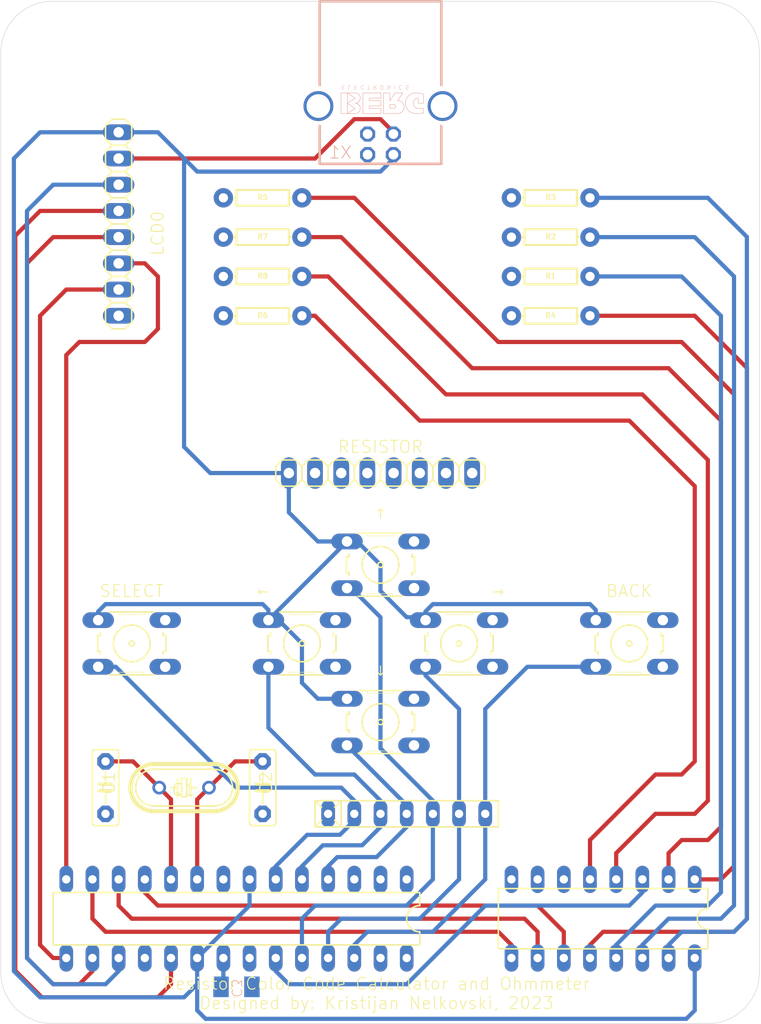
<source format=kicad_pcb>
(kicad_pcb (version 20240108) (generator "pcbnew") (generator_version "8.0")
  (layers (0 "F.Cu" signal) (31 "B.Cu" signal) (34 "B.Paste" user) (35 "F.Paste" user) (36 "B.SilkS" user "B.Silkscreen") (37 "F.SilkS" user "F.Silkscreen") (38 "B.Mask" user) (39 "F.Mask" user) (44 "Edge.Cuts" user))
  (net 0 "")
  (net 1 "VCC")
  (net 2 "GND")
  (net 3 "DIN")
  (net 4 "CLK")
  (net 5 "CS")
  (net 6 "DC")
  (net 7 "RST")
  (net 8 "VEE")
  (net 9 "A")
  (net 10 "B")
  (net 11 "C")
  (net 12 "N$1")
  (net 13 "N$2")
  (net 14 "B1")
  (net 15 "B2")
  (net 16 "B3")
  (net 17 "B6")
  (net 18 "B5")
  (net 19 "B4")
  (net 20 "N$4")
  (net 21 "N$5")
  (net 22 "N$6")
  (net 23 "N$7")
  (net 24 "S1")
  (net 25 "N$3")
  (net 26 "N$8")
  (net 27 "N$9")
  (net 28 "N$10")
  (net 29 "N$11")
  (net 30 "INPUT")
  (footprint "ohmmeter:1X08_325" (layer "F.Cu") (at 123.1391 77.0586 -90)
    (property "Reference" "LCD0" (at -1.3462 -3.0988 90) (layer "F.SilkS") (effects (font (size 1.1557 1.1557) (thickness 0.1143)) (justify right top)))
    (property "Value" "")
    (pad "1" thru_hole oval (at -8.89 0) (size 3.048 1.524) (drill 1.016) (layers "*.Cu" "*.Mask") (net 1 "VCC"))
    (pad "2" thru_hole oval (at -6.35 0) (size 3.048 1.524) (drill 1.016) (layers "*.Cu" "*.Mask") (net 2 "GND"))
    (pad "3" thru_hole oval (at -3.81 0) (size 3.048 1.524) (drill 1.016) (layers "*.Cu" "*.Mask") (net 3 "DIN"))
    (pad "4" thru_hole oval (at -1.27 0) (size 3.048 1.524) (drill 1.016) (layers "*.Cu" "*.Mask") (net 4 "CLK"))
    (pad "5" thru_hole oval (at 1.27 0) (size 3.048 1.524) (drill 1.016) (layers "*.Cu" "*.Mask") (net 5 "CS"))
    (pad "6" thru_hole oval (at 3.81 0) (size 3.048 1.524) (drill 1.016) (layers "*.Cu" "*.Mask") (net 6 "DC"))
    (pad "7" thru_hole oval (at 6.35 0) (size 3.048 1.524) (drill 1.016) (layers "*.Cu" "*.Mask") (net 7 "RST"))
    (pad "8" thru_hole oval (at 8.89 0) (size 3.048 1.524) (drill 1.016) (layers "*.Cu" "*.Mask"))
  )
  (footprint "ohmmeter:B3F-10XX_377" (layer "F.Cu") (at 124.4091 117.6986)
    (property "Reference" "BUTTON1" (hide yes))
    (property "Value" "")
    (pad "1" thru_hole oval (at -3.2512 -2.2606) (size 3.048 1.524) (drill 1.016) (layers "*.Cu" "*.Mask") (net 1 "VCC"))
    (pad "2" thru_hole oval (at 3.2512 -2.2606) (size 3.048 1.524) (drill 1.016) (layers "*.Cu" "*.Mask"))
    (pad "3" thru_hole oval (at -3.2512 2.2606) (size 3.048 1.524) (drill 1.016) (layers "*.Cu" "*.Mask") (net 14 "B1"))
    (pad "4" thru_hole oval (at 3.2512 2.2606) (size 3.048 1.524) (drill 1.016) (layers "*.Cu" "*.Mask"))
  )
  (footprint "ohmmeter:B3F-10XX_377" (layer "F.Cu") (at 148.5391 110.0786)
    (property "Reference" "BUTTON4" (hide yes))
    (property "Value" "")
    (pad "1" thru_hole oval (at -3.2512 -2.2606) (size 3.048 1.524) (drill 1.016) (layers "*.Cu" "*.Mask") (net 1 "VCC"))
    (pad "2" thru_hole oval (at 3.2512 -2.2606) (size 3.048 1.524) (drill 1.016) (layers "*.Cu" "*.Mask"))
    (pad "3" thru_hole oval (at -3.2512 2.2606) (size 3.048 1.524) (drill 1.016) (layers "*.Cu" "*.Mask") (net 19 "B4"))
    (pad "4" thru_hole oval (at 3.2512 2.2606) (size 3.048 1.524) (drill 1.016) (layers "*.Cu" "*.Mask"))
  )
  (footprint "ohmmeter:AXIAL-0.3" (layer "F.Cu") (at 137.1091 78.3286)
    (property "Reference" "R7" (at 0 0.254 0) (layer "F.SilkS") (effects (font (size 0.512064 0.512064) (thickness 0.097536)) (justify bottom)))
    (property "Value" " ")
    (pad "P$1" thru_hole circle (at -3.81 0) (size 1.8796 1.8796) (drill 0.9) (layers "*.Cu" "*.Mask") (net 2 "GND"))
    (pad "P$2" thru_hole circle (at 3.81 0) (size 1.8796 1.8796) (drill 0.9) (layers "*.Cu" "*.Mask") (net 27 "N$9"))
  )
  (footprint "ohmmeter:AXIAL-0.3" (layer "F.Cu") (at 137.1091 74.5186)
    (property "Reference" "R5" (at 0 0.254 0) (layer "F.SilkS") (effects (font (size 0.512064 0.512064) (thickness 0.097536)) (justify bottom)))
    (property "Value" " ")
    (pad "P$1" thru_hole circle (at -3.81 0) (size 1.8796 1.8796) (drill 0.9) (layers "*.Cu" "*.Mask") (net 2 "GND"))
    (pad "P$2" thru_hole circle (at 3.81 0) (size 1.8796 1.8796) (drill 0.9) (layers "*.Cu" "*.Mask") (net 25 "N$3"))
  )
  (footprint "ohmmeter:1X08_325" (layer "F.Cu") (at 148.5391 101.1886 180)
    (property "Reference" "RESISTOR_PORT0" (hide yes))
    (property "Value" "")
    (pad "1" thru_hole oval (at -8.89 0 270) (size 3.048 1.524) (drill 1.016) (layers "*.Cu" "*.Mask") (net 30 "INPUT"))
    (pad "2" thru_hole oval (at -6.35 0 270) (size 3.048 1.524) (drill 1.016) (layers "*.Cu" "*.Mask"))
    (pad "3" thru_hole oval (at -3.81 0 270) (size 3.048 1.524) (drill 1.016) (layers "*.Cu" "*.Mask"))
    (pad "4" thru_hole oval (at -1.27 0 270) (size 3.048 1.524) (drill 1.016) (layers "*.Cu" "*.Mask"))
    (pad "5" thru_hole oval (at 1.27 0 270) (size 3.048 1.524) (drill 1.016) (layers "*.Cu" "*.Mask"))
    (pad "6" thru_hole oval (at 3.81 0 270) (size 3.048 1.524) (drill 1.016) (layers "*.Cu" "*.Mask"))
    (pad "7" thru_hole oval (at 6.35 0 270) (size 3.048 1.524) (drill 1.016) (layers "*.Cu" "*.Mask"))
    (pad "8" thru_hole oval (at 8.89 0 270) (size 3.048 1.524) (drill 1.016) (layers "*.Cu" "*.Mask") (net 1 "VCC"))
  )
  (footprint "ohmmeter:AXIAL-0.3" (layer "F.Cu") (at 165.0491 78.3286)
    (property "Reference" "R2" (at 0 0.254 0) (layer "F.SilkS") (effects (font (size 0.512064 0.512064) (thickness 0.097536)) (justify bottom)))
    (property "Value" " ")
    (pad "P$1" thru_hole circle (at -3.81 0) (size 1.8796 1.8796) (drill 0.9) (layers "*.Cu" "*.Mask") (net 2 "GND"))
    (pad "P$2" thru_hole circle (at 3.81 0) (size 1.8796 1.8796) (drill 0.9) (layers "*.Cu" "*.Mask") (net 22 "N$6"))
  )
  (footprint "ohmmeter:C5B2.5_116" (layer "F.Cu") (at 137.1091 131.6686 90)
    (property "Reference" "C2" (at -0.762 1.016 90) (layer "F.SilkS") (effects (font (size 1.1557 1.1557) (thickness 0.1143)) (justify left bottom)))
    (property "Value" "")
    (pad "1" thru_hole roundrect (at -2.54 0 90) (size 1.6002 1.6002) (drill 0.8128) (layers "*.Cu" "*.Mask") (chamfer_ratio 0.2928932188) (chamfer top_left top_right bottom_left bottom_right) (net 2 "GND"))
    (pad "2" thru_hole roundrect (at 2.54 0 90) (size 1.6002 1.6002) (drill 0.8128) (layers "*.Cu" "*.Mask") (chamfer_ratio 0.2928932188) (chamfer top_left top_right bottom_left bottom_right) (net 12 "N$1"))
  )
  (footprint "ohmmeter:DIL28-3" (layer "F.Cu") (at 134.5691 144.3686 180)
    (property "Reference" "IC1" (hide yes))
    (property "Value" "ATMEGA328-20P" (hide yes))
    (pad "1" thru_hole oval (at -16.51 3.81 270) (size 2.6416 1.3208) (drill 0.8128) (layers "*.Cu" "*.Mask"))
    (pad "2" thru_hole oval (at -13.97 3.81 270) (size 2.6416 1.3208) (drill 0.8128) (layers "*.Cu" "*.Mask"))
    (pad "3" thru_hole oval (at -11.43 3.81 270) (size 2.6416 1.3208) (drill 0.8128) (layers "*.Cu" "*.Mask"))
    (pad "4" thru_hole oval (at -8.89 3.81 270) (size 2.6416 1.3208) (drill 0.8128) (layers "*.Cu" "*.Mask") (net 16 "B3"))
    (pad "5" thru_hole oval (at -6.35 3.81 270) (size 2.6416 1.3208) (drill 0.8128) (layers "*.Cu" "*.Mask") (net 15 "B2"))
    (pad "6" thru_hole oval (at -3.81 3.81 270) (size 2.6416 1.3208) (drill 0.8128) (layers "*.Cu" "*.Mask") (net 14 "B1"))
    (pad "7" thru_hole oval (at -1.27 3.81 270) (size 2.6416 1.3208) (drill 0.8128) (layers "*.Cu" "*.Mask") (net 1 "VCC"))
    (pad "8" thru_hole oval (at 1.27 3.81 270) (size 2.6416 1.3208) (drill 0.8128) (layers "*.Cu" "*.Mask") (net 2 "GND"))
    (pad "9" thru_hole oval (at 3.81 3.81 270) (size 2.6416 1.3208) (drill 0.8128) (layers "*.Cu" "*.Mask") (net 12 "N$1"))
    (pad "10" thru_hole oval (at 6.35 3.81 270) (size 2.6416 1.3208) (drill 0.8128) (layers "*.Cu" "*.Mask") (net 13 "N$2"))
    (pad "11" thru_hole oval (at 8.89 3.81 270) (size 2.6416 1.3208) (drill 0.8128) (layers "*.Cu" "*.Mask") (net 9 "A"))
    (pad "12" thru_hole oval (at 11.43 3.81 270) (size 2.6416 1.3208) (drill 0.8128) (layers "*.Cu" "*.Mask") (net 10 "B"))
    (pad "13" thru_hole oval (at 13.97 3.81 270) (size 2.6416 1.3208) (drill 0.8128) (layers "*.Cu" "*.Mask") (net 11 "C"))
    (pad "14" thru_hole oval (at 16.51 3.81 270) (size 2.6416 1.3208) (drill 0.8128) (layers "*.Cu" "*.Mask") (net 6 "DC"))
    (pad "15" thru_hole oval (at 16.51 -3.81 270) (size 2.6416 1.3208) (drill 0.8128) (layers "*.Cu" "*.Mask") (net 7 "RST"))
    (pad "16" thru_hole oval (at 13.97 -3.81 270) (size 2.6416 1.3208) (drill 0.8128) (layers "*.Cu" "*.Mask") (net 5 "CS"))
    (pad "17" thru_hole oval (at 11.43 -3.81 270) (size 2.6416 1.3208) (drill 0.8128) (layers "*.Cu" "*.Mask") (net 3 "DIN"))
    (pad "18" thru_hole oval (at 8.89 -3.81 270) (size 2.6416 1.3208) (drill 0.8128) (layers "*.Cu" "*.Mask"))
    (pad "19" thru_hole oval (at 6.35 -3.81 270) (size 2.6416 1.3208) (drill 0.8128) (layers "*.Cu" "*.Mask") (net 4 "CLK"))
    (pad "20" thru_hole oval (at 3.81 -3.81 270) (size 2.6416 1.3208) (drill 0.8128) (layers "*.Cu" "*.Mask") (net 1 "VCC"))
    (pad "21" thru_hole oval (at 1.27 -3.81 270) (size 2.6416 1.3208) (drill 0.8128) (layers "*.Cu" "*.Mask") (net 29 "N$11"))
    (pad "22" thru_hole oval (at -1.27 -3.81 270) (size 2.6416 1.3208) (drill 0.8128) (layers "*.Cu" "*.Mask") (net 2 "GND"))
    (pad "23" thru_hole oval (at -3.81 -3.81 270) (size 2.6416 1.3208) (drill 0.8128) (layers "*.Cu" "*.Mask") (net 24 "S1"))
    (pad "24" thru_hole oval (at -6.35 -3.81 270) (size 2.6416 1.3208) (drill 0.8128) (layers "*.Cu" "*.Mask") (net 19 "B4"))
    (pad "25" thru_hole oval (at -8.89 -3.81 270) (size 2.6416 1.3208) (drill 0.8128) (layers "*.Cu" "*.Mask") (net 18 "B5"))
    (pad "26" thru_hole oval (at -11.43 -3.81 270) (size 2.6416 1.3208) (drill 0.8128) (layers "*.Cu" "*.Mask") (net 17 "B6"))
    (pad "27" thru_hole oval (at -13.97 -3.81 270) (size 2.6416 1.3208) (drill 0.8128) (layers "*.Cu" "*.Mask"))
    (pad "28" thru_hole oval (at -16.51 -3.81 270) (size 2.6416 1.3208) (drill 0.8128) (layers "*.Cu" "*.Mask"))
  )
  (footprint "ohmmeter:RN-7_343" (layer "F.Cu") (at 151.0791 134.2086)
    (property "Reference" "RESISTOR_NET0" (hide yes))
    (property "Value" "")
    (pad "1" thru_hole oval (at -7.62 0 90) (size 2.6416 1.3208) (drill 0.8128) (layers "*.Cu" "*.Mask") (net 2 "GND"))
    (pad "2" thru_hole oval (at -5.08 0 90) (size 2.6416 1.3208) (drill 0.8128) (layers "*.Cu" "*.Mask") (net 14 "B1"))
    (pad "3" thru_hole oval (at -2.54 0 90) (size 2.6416 1.3208) (drill 0.8128) (layers "*.Cu" "*.Mask") (net 15 "B2"))
    (pad "4" thru_hole oval (at 0 0 90) (size 2.6416 1.3208) (drill 0.8128) (layers "*.Cu" "*.Mask") (net 16 "B3"))
    (pad "5" thru_hole oval (at 2.54 0 90) (size 2.6416 1.3208) (drill 0.8128) (layers "*.Cu" "*.Mask") (net 19 "B4"))
    (pad "6" thru_hole oval (at 5.08 0 90) (size 2.6416 1.3208) (drill 0.8128) (layers "*.Cu" "*.Mask") (net 18 "B5"))
    (pad "7" thru_hole oval (at 7.62 0 90) (size 2.6416 1.3208) (drill 0.8128) (layers "*.Cu" "*.Mask") (net 17 "B6"))
  )
  (footprint "" (layer "F.Cu") (at 132.0291 124.0486)
    (property "Reference" "@HOLE0" (hide yes))
    (property "Value" "")
    (pad "" np_thru_hole circle (at 0 0) (size 4.064 4.064) (drill 4.064) (layers "*.Cu" "*.Mask"))
  )
  (footprint "ohmmeter:B3F-10XX_377" (layer "F.Cu") (at 148.5391 125.3186)
    (property "Reference" "BUTTON3" (hide yes))
    (property "Value" "")
    (pad "1" thru_hole oval (at -3.2512 -2.2606) (size 3.048 1.524) (drill 1.016) (layers "*.Cu" "*.Mask") (net 1 "VCC"))
    (pad "2" thru_hole oval (at 3.2512 -2.2606) (size 3.048 1.524) (drill 1.016) (layers "*.Cu" "*.Mask"))
    (pad "3" thru_hole oval (at -3.2512 2.2606) (size 3.048 1.524) (drill 1.016) (layers "*.Cu" "*.Mask") (net 16 "B3"))
    (pad "4" thru_hole oval (at 3.2512 2.2606) (size 3.048 1.524) (drill 1.016) (layers "*.Cu" "*.Mask"))
  )
  (footprint "" (layer "F.Cu") (at 165.0491 130.3986)
    (property "Reference" "@HOLE1" (hide yes))
    (property "Value" "")
    (pad "" np_thru_hole circle (at 0 0) (size 4.064 4.064) (drill 4.064) (layers "*.Cu" "*.Mask"))
  )
  (footprint "ohmmeter:AXIAL-0.3" (layer "F.Cu") (at 137.1091 85.9486)
    (property "Reference" "R6" (at 0 0.254 0) (layer "F.SilkS") (effects (font (size 0.512064 0.512064) (thickness 0.097536)) (justify bottom)))
    (property "Value" " ")
    (pad "P$1" thru_hole circle (at -3.81 0) (size 1.8796 1.8796) (drill 0.9) (layers "*.Cu" "*.Mask") (net 2 "GND"))
    (pad "P$2" thru_hole circle (at 3.81 0) (size 1.8796 1.8796) (drill 0.9) (layers "*.Cu" "*.Mask") (net 26 "N$8"))
  )
  (footprint "ohmmeter:AXIAL-0.3" (layer "F.Cu") (at 165.0491 74.5186)
    (property "Reference" "R3" (at 0 0.254 0) (layer "F.SilkS") (effects (font (size 0.512064 0.512064) (thickness 0.097536)) (justify bottom)))
    (property "Value" " ")
    (pad "P$1" thru_hole circle (at -3.81 0) (size 1.8796 1.8796) (drill 0.9) (layers "*.Cu" "*.Mask") (net 2 "GND"))
    (pad "P$2" thru_hole circle (at 3.81 0) (size 1.8796 1.8796) (drill 0.9) (layers "*.Cu" "*.Mask") (net 23 "N$7"))
  )
  (footprint "ohmmeter:B3F-10XX_377" (layer "F.Cu") (at 156.1591 117.6986)
    (property "Reference" "BUTTON5" (hide yes))
    (property "Value" "")
    (pad "1" thru_hole oval (at -3.2512 -2.2606) (size 3.048 1.524) (drill 1.016) (layers "*.Cu" "*.Mask") (net 1 "VCC"))
    (pad "2" thru_hole oval (at 3.2512 -2.2606) (size 3.048 1.524) (drill 1.016) (layers "*.Cu" "*.Mask"))
    (pad "3" thru_hole oval (at -3.2512 2.2606) (size 3.048 1.524) (drill 1.016) (layers "*.Cu" "*.Mask") (net 18 "B5"))
    (pad "4" thru_hole oval (at 3.2512 2.2606) (size 3.048 1.524) (drill 1.016) (layers "*.Cu" "*.Mask"))
  )
  (footprint "ohmmeter:B3F-10XX_377" (layer "F.Cu") (at 140.9191 117.6986)
    (property "Reference" "BUTTON2" (hide yes))
    (property "Value" "")
    (pad "1" thru_hole oval (at -3.2512 -2.2606) (size 3.048 1.524) (drill 1.016) (layers "*.Cu" "*.Mask") (net 1 "VCC"))
    (pad "2" thru_hole oval (at 3.2512 -2.2606) (size 3.048 1.524) (drill 1.016) (layers "*.Cu" "*.Mask"))
    (pad "3" thru_hole oval (at -3.2512 2.2606) (size 3.048 1.524) (drill 1.016) (layers "*.Cu" "*.Mask") (net 15 "B2"))
    (pad "4" thru_hole oval (at 3.2512 2.2606) (size 3.048 1.524) (drill 1.016) (layers "*.Cu" "*.Mask"))
  )
  (footprint "" (layer "F.Cu") (at 133.2991 65.6286)
    (property "Reference" "@HOLE2" (hide yes))
    (property "Value" "")
    (pad "" np_thru_hole circle (at 0 0) (size 4.064 4.064) (drill 4.064) (layers "*.Cu" "*.Mask"))
  )
  (footprint "ohmmeter:HC49U-V_204" (layer "F.Cu") (at 129.4891 131.6686)
    (property "Reference" "Q1" (at -1.27 0.889 0) (layer "F.SilkS") (effects (font (size 1.1557 1.1557) (thickness 0.1143)) (justify left bottom)))
    (property "Value" "")
    (pad "1" thru_hole circle (at -2.413 0) (size 1.3208 1.3208) (drill 0.8128) (layers "*.Cu" "*.Mask") (net 13 "N$2"))
    (pad "2" thru_hole circle (at 2.413 0) (size 1.3208 1.3208) (drill 0.8128) (layers "*.Cu" "*.Mask") (net 12 "N$1"))
  )
  (footprint "ohmmeter:AXIAL-0.3" (layer "F.Cu") (at 165.0491 85.9486)
    (property "Reference" "R4" (at 0 0.254 0) (layer "F.SilkS") (effects (font (size 0.512064 0.512064) (thickness 0.097536)) (justify bottom)))
    (property "Value" " ")
    (pad "P$1" thru_hole circle (at -3.81 0) (size 1.8796 1.8796) (drill 0.9) (layers "*.Cu" "*.Mask") (net 2 "GND"))
    (pad "P$2" thru_hole circle (at 3.81 0) (size 1.8796 1.8796) (drill 0.9) (layers "*.Cu" "*.Mask") (net 21 "N$5"))
  )
  (footprint "ohmmeter:DIL16_80" (layer "F.Cu") (at 170.1291 144.3686 180)
    (property "Reference" "IC2" (hide yes))
    (property "Value" "4051N")
    (pad "1" thru_hole oval (at -8.89 3.81 270) (size 2.6416 1.3208) (drill 0.8128) (layers "*.Cu" "*.Mask") (net 25 "N$3"))
    (pad "2" thru_hole oval (at -6.35 3.81 270) (size 2.6416 1.3208) (drill 0.8128) (layers "*.Cu" "*.Mask") (net 27 "N$9"))
    (pad "3" thru_hole oval (at -3.81 3.81 270) (size 2.6416 1.3208) (drill 0.8128) (layers "*.Cu" "*.Mask") (net 30 "INPUT"))
    (pad "4" thru_hole oval (at -1.27 3.81 270) (size 2.6416 1.3208) (drill 0.8128) (layers "*.Cu" "*.Mask") (net 28 "N$10"))
    (pad "5" thru_hole oval (at 1.27 3.81 270) (size 2.6416 1.3208) (drill 0.8128) (layers "*.Cu" "*.Mask") (net 26 "N$8"))
    (pad "6" thru_hole oval (at 3.81 3.81 270) (size 2.6416 1.3208) (drill 0.8128) (layers "*.Cu" "*.Mask") (net 2 "GND"))
    (pad "7" thru_hole oval (at 6.35 3.81 270) (size 2.6416 1.3208) (drill 0.8128) (layers "*.Cu" "*.Mask") (net 8 "VEE"))
    (pad "8" thru_hole oval (at 8.89 3.81 270) (size 2.6416 1.3208) (drill 0.8128) (layers "*.Cu" "*.Mask") (net 2 "GND"))
    (pad "9" thru_hole oval (at 8.89 -3.81 270) (size 2.6416 1.3208) (drill 0.8128) (layers "*.Cu" "*.Mask") (net 11 "C"))
    (pad "10" thru_hole oval (at 6.35 -3.81 270) (size 2.6416 1.3208) (drill 0.8128) (layers "*.Cu" "*.Mask") (net 10 "B"))
    (pad "11" thru_hole oval (at 3.81 -3.81 270) (size 2.6416 1.3208) (drill 0.8128) (layers "*.Cu" "*.Mask") (net 9 "A"))
    (pad "12" thru_hole oval (at 1.27 -3.81 270) (size 2.6416 1.3208) (drill 0.8128) (layers "*.Cu" "*.Mask") (net 21 "N$5"))
    (pad "13" thru_hole oval (at -1.27 -3.81 270) (size 2.6416 1.3208) (drill 0.8128) (layers "*.Cu" "*.Mask") (net 20 "N$4"))
    (pad "14" thru_hole oval (at -3.81 -3.81 270) (size 2.6416 1.3208) (drill 0.8128) (layers "*.Cu" "*.Mask") (net 22 "N$6"))
    (pad "15" thru_hole oval (at -6.35 -3.81 270) (size 2.6416 1.3208) (drill 0.8128) (layers "*.Cu" "*.Mask") (net 23 "N$7"))
    (pad "16" thru_hole oval (at -8.89 -3.81 270) (size 2.6416 1.3208) (drill 0.8128) (layers "*.Cu" "*.Mask") (net 1 "VCC"))
  )
  (footprint "ohmmeter:B3F-10XX_377" (layer "F.Cu") (at 172.6691 117.6986)
    (property "Reference" "BUTTON6" (hide yes))
    (property "Value" "")
    (pad "1" thru_hole oval (at -3.2512 -2.2606) (size 3.048 1.524) (drill 1.016) (layers "*.Cu" "*.Mask") (net 1 "VCC"))
    (pad "2" thru_hole oval (at 3.2512 -2.2606) (size 3.048 1.524) (drill 1.016) (layers "*.Cu" "*.Mask"))
    (pad "3" thru_hole oval (at -3.2512 2.2606) (size 3.048 1.524) (drill 1.016) (layers "*.Cu" "*.Mask") (net 17 "B6"))
    (pad "4" thru_hole oval (at 3.2512 2.2606) (size 3.048 1.524) (drill 1.016) (layers "*.Cu" "*.Mask"))
  )
  (footprint "ohmmeter:AXIAL-0.3" (layer "F.Cu") (at 165.0491 82.1386)
    (property "Reference" "R1" (at 0 0.254 0) (layer "F.SilkS") (effects (font (size 0.512064 0.512064) (thickness 0.097536)) (justify bottom)))
    (property "Value" " ")
    (pad "P$1" thru_hole circle (at -3.81 0) (size 1.8796 1.8796) (drill 0.9) (layers "*.Cu" "*.Mask") (net 2 "GND"))
    (pad "P$2" thru_hole circle (at 3.81 0) (size 1.8796 1.8796) (drill 0.9) (layers "*.Cu" "*.Mask") (net 20 "N$4"))
  )
  (footprint "" (layer "F.Cu") (at 166.3191 65.6286)
    (property "Reference" "@HOLE3" (hide yes))
    (property "Value" "")
    (pad "" np_thru_hole circle (at 0 0) (size 4.064 4.064) (drill 4.064) (layers "*.Cu" "*.Mask"))
  )
  (footprint "ohmmeter:AXIAL-0.3" (layer "F.Cu") (at 137.1091 82.1386)
    (property "Reference" "R8" (at 0 0.254 0) (layer "F.SilkS") (effects (font (size 0.512064 0.512064) (thickness 0.097536)) (justify bottom)))
    (property "Value" " ")
    (pad "P$1" thru_hole circle (at -3.81 0) (size 1.8796 1.8796) (drill 0.9) (layers "*.Cu" "*.Mask") (net 2 "GND"))
    (pad "P$2" thru_hole circle (at 3.81 0) (size 1.8796 1.8796) (drill 0.9) (layers "*.Cu" "*.Mask") (net 28 "N$10"))
  )
  (footprint "ohmmeter:C5B2.5_116" (layer "F.Cu") (at 121.8691 131.6686 90)
    (property "Reference" "C1" (at -0.762 1.016 90) (layer "F.SilkS") (effects (font (size 1.1557 1.1557) (thickness 0.1143)) (justify left bottom)))
    (property "Value" "")
    (pad "1" thru_hole roundrect (at -2.54 0 90) (size 1.6002 1.6002) (drill 0.8128) (layers "*.Cu" "*.Mask") (chamfer_ratio 0.2928932188) (chamfer top_left top_right bottom_left bottom_right) (net 2 "GND"))
    (pad "2" thru_hole roundrect (at 2.54 0 90) (size 1.6002 1.6002) (drill 0.8128) (layers "*.Cu" "*.Mask") (chamfer_ratio 0.2928932188) (chamfer top_left top_right bottom_left bottom_right) (net 13 "N$2"))
  )
  (footprint "ohmmeter:C1206K_334" (layer "B.Cu") (at 134.5691 150.9726 180)
    (property "Reference" "C3" (at -0.551 0.838 -90) (layer "B.SilkS") (effects (font (size 0.941222 0.941222) (thickness 0.074778)) (justify right top mirror)))
    (property "Value" "")
    (pad "1" smd rect (at -1.5 0 180) (size 1.5 2) (layers "B.Cu" "B.Paste" "B.Mask") (net 2 "GND"))
    (pad "2" smd rect (at 1.5 0 180) (size 1.5 2) (layers "B.Cu" "B.Paste" "B.Mask") (net 29 "N$11"))
  )
  (footprint "ohmmeter:PN61729-S_130" (layer "B.Cu") (at 148.5391 65.6286)
    (property "Reference" "X1" (at -5.08 3.81 0) (layer "B.SilkS") (effects (font (size 1.176528 1.176528) (thickness 0.093472)) (justify right top mirror)))
    (property "Value" "PN61729-S")
    (fp_text user "E L E C T R O N I C S" (at -3.81 -2.04 180) (layer "B.SilkS") (effects (font (size 0.373888 0.373888) (thickness 0.032512)) (justify left bottom mirror)))
    (pad "1" thru_hole roundrect (at 1.25 4.71) (size 1.458 1.458) (drill 0.95) (layers "*.Cu" "*.Mask") (chamfer_ratio 0.2928932188) (chamfer top_left top_right bottom_left bottom_right) (net 1 "VCC"))
    (pad "2" thru_hole roundrect (at -1.25 4.71) (size 1.458 1.458) (drill 0.95) (layers "*.Cu" "*.Mask") (chamfer_ratio 0.2928932188) (chamfer top_left top_right bottom_left bottom_right))
    (pad "3" thru_hole roundrect (at -1.25 2.71) (size 1.458 1.458) (drill 0.95) (layers "*.Cu" "*.Mask") (chamfer_ratio 0.2928932188) (chamfer top_left top_right bottom_left bottom_right))
    (pad "4" thru_hole roundrect (at 1.25 2.71) (size 1.458 1.458) (drill 0.95) (layers "*.Cu" "*.Mask") (chamfer_ratio 0.2928932188) (chamfer top_left top_right bottom_left bottom_right) (net 2 "GND"))
    (pad "S1" thru_hole circle (at -6.02 0) (size 2.9 2.9) (drill 2.3) (layers "*.Cu" "*.Mask"))
    (pad "S2" thru_hole circle (at 6.02 0) (size 2.9 2.9) (drill 2.3) (layers "*.Cu" "*.Mask"))
  )
  (gr_line (start 185.2931 149.5286) (end 185.2931 60.4786) (stroke (width 0.05)) (layer "Edge.Cuts"))
  (gr_line (start 180.2931 55.4786) (end 116.7091 55.4786) (stroke (width 0.05)) (layer "Edge.Cuts"))
  (gr_arc (start 116.7091 154.5286) (mid 113.173566 153.064134) (end 111.7091 149.5286) (stroke (width 0.05)) (layer "Edge.Cuts"))
  (gr_line (start 111.7091 60.4786) (end 111.7091 149.5286) (stroke (width 0.05)) (layer "Edge.Cuts"))
  (gr_arc (start 180.2931 55.4786) (mid 183.828634 56.943066) (end 185.2931 60.4786) (stroke (width 0.05)) (layer "Edge.Cuts"))
  (gr_arc (start 111.7091 60.4786) (mid 113.173566 56.943066) (end 116.7091 55.4786) (stroke (width 0.05)) (layer "Edge.Cuts"))
  (gr_arc (start 185.2931 149.5286) (mid 183.828634 153.064134) (end 180.2931 154.5286) (stroke (width 0.05)) (layer "Edge.Cuts"))
  (gr_line (start 116.7091 154.5286) (end 180.2931 154.5286) (stroke (width 0.05)) (layer "Edge.Cuts"))
  (gr_text "←" (at 137.1091 112.6186 0) (layer "F.SilkS") (effects (font (size 1.1684 1.1684) (thickness 0.1016))))
  (gr_text "↑" (at 148.5391 104.9986 0) (layer "F.SilkS") (effects (font (size 1.1684 1.1684) (thickness 0.1016))))
  (gr_text "BACK" (at 172.6691 112.6186 0) (layer "F.SilkS") (effects (font (size 1.1684 1.1684) (thickness 0.1016))))
  (gr_text "→" (at 159.9691 112.6186 0) (layer "F.SilkS") (effects (font (size 1.1684 1.1684) (thickness 0.1016))))
  (gr_text "SELECT" (at 124.4091 112.6186 0) (layer "F.SilkS") (effects (font (size 1.1684 1.1684) (thickness 0.1016))))
  (gr_text "Resistor Color Code Calculator and Ohmmeter\nDesigned by: Kristijan Nelkovski, 2023" (at 148.1581 151.6076 0) (layer "F.SilkS") (effects (font (size 1.1684 1.1684) (thickness 0.1016))))
  (gr_text "↓" (at 148.5391 120.2386 0) (layer "F.SilkS") (effects (font (size 1.1684 1.1684) (thickness 0.1016))))
  (gr_text "RESISTOR" (at 148.5391 98.6486 0) (layer "F.SilkS") (effects (font (size 1.1684 1.1684) (thickness 0.1016))))
  (segment (start 129.4891 151.9886) (end 115.5191 151.9886) (width 0.4064) (layer "B.Cu") (net 1))
  (segment (start 153.6191 113.8886) (end 152.9079 114.5998) (width 0.4064) (layer "B.Cu") (net 1))
  (segment (start 145.2879 123.058) (end 142.4685 123.058) (width 0.4064) (layer "B.Cu") (net 1))
  (segment (start 112.9791 149.4486) (end 112.9791 70.7086) (width 0.4064) (layer "B.Cu") (net 1))
  (segment (start 121.1579 115.438) (end 121.1579 114.5998) (width 0.4064) (layer "B.Cu") (net 1))
  (segment (start 139.6491 101.1886) (end 132.0291 101.1886) (width 0.4064) (layer "B.Cu") (net 1))
  (segment (start 139.6491 104.9986) (end 142.4685 107.818) (width 0.4064) (layer "B.Cu") (net 1))
  (segment (start 129.4891 98.6486) (end 129.4891 70.7086) (width 0.4064) (layer "B.Cu") (net 1))
  (segment (start 138.6585 115.438) (end 137.6679 115.438) (width 0.4064) (layer "B.Cu") (net 1))
  (segment (start 148.5391 110.0786) (end 146.2785 107.818) (width 0.4064) (layer "B.Cu") (net 1))
  (segment (start 140.9191 117.6986) (end 138.6585 115.438) (width 0.4064) (layer "B.Cu") (net 1))
  (segment (start 169.4179 114.4474) (end 168.8591 113.8886) (width 0.4064) (layer "B.Cu") (net 1))
  (segment (start 178.2063 154.0714) (end 179.0191 153.2586) (width 0.4064) (layer "B.Cu") (net 1))
  (segment (start 139.6491 101.1886) (end 139.6491 104.9986) (width 0.4064) (layer "B.Cu") (net 1))
  (segment (start 130.7591 153.2586) (end 131.5719 154.0714) (width 0.4064) (layer "B.Cu") (net 1))
  (segment (start 145.2879 107.818) (end 137.6679 115.438) (width 0.4064) (layer "B.Cu") (net 1))
  (segment (start 130.7591 150.7186) (end 130.7591 153.2586) (width 0.4064) (layer "B.Cu") (net 1))
  (segment (start 135.2041 143.7336) (end 130.7591 148.1786) (width 0.4064) (layer "B.Cu") (net 1))
  (segment (start 137.6679 114.4474) (end 137.6679 115.438) (width 0.4064) (layer "B.Cu") (net 1))
  (segment (start 130.7591 71.9786) (end 148.5391 71.9786) (width 0.4064) (layer "B.Cu") (net 1))
  (segment (start 115.5191 151.9886) (end 112.9791 149.4486) (width 0.4064) (layer "B.Cu") (net 1))
  (segment (start 169.4179 115.438) (end 169.4179 114.4474) (width 0.4064) (layer "B.Cu") (net 1))
  (segment (start 140.9191 121.5086) (end 140.9191 117.6986) (width 0.4064) (layer "B.Cu") (net 1))
  (segment (start 132.0291 101.1886) (end 129.4891 98.6486) (width 0.4064) (layer "B.Cu") (net 1))
  (segment (start 135.8391 140.5586) (end 135.8391 143.0986) (width 0.4064) (layer "B.Cu") (net 1))
  (segment (start 146.2785 107.818) (end 145.2879 107.818) (width 0.4064) (layer "B.Cu") (net 1))
  (segment (start 121.8691 113.8886) (end 137.1091 113.8886) (width 0.4064) (layer "B.Cu") (net 1))
  (segment (start 152.9079 114.5998) (end 152.9079 115.438) (width 0.4064) (layer "B.Cu") (net 1))
  (segment (start 149.7891 70.7286) (end 149.7891 70.3386) (width 0.4064) (layer "B.Cu") (net 1))
  (segment (start 179.0191 153.2586) (end 179.0191 148.1786) (width 0.4064) (layer "B.Cu") (net 1))
  (segment (start 137.1091 113.8886) (end 137.6679 114.4474) (width 0.4064) (layer "B.Cu") (net 1))
  (segment (start 148.5391 112.6186) (end 148.5391 110.0786) (width 0.4064) (layer "B.Cu") (net 1))
  (segment (start 152.9079 115.438) (end 152.6285 115.1586) (width 0.4064) (layer "B.Cu") (net 1))
  (segment (start 129.4891 70.7086) (end 130.7591 71.9786) (width 0.4064) (layer "B.Cu") (net 1))
  (segment (start 142.4685 107.818) (end 145.2879 107.818) (width 0.4064) (layer "B.Cu") (net 1))
  (segment (start 129.4891 151.9886) (end 130.7591 150.7186) (width 0.4064) (layer "B.Cu") (net 1))
  (segment (start 126.9491 68.1686) (end 123.1391 68.1686) (width 0.4064) (layer "B.Cu") (net 1))
  (segment (start 115.5191 68.1686) (end 123.1391 68.1686) (width 0.4064) (layer "B.Cu") (net 1))
  (segment (start 142.4685 123.058) (end 140.9191 121.5086) (width 0.4064) (layer "B.Cu") (net 1))
  (segment (start 148.5391 71.9786) (end 149.7891 70.7286) (width 0.4064) (layer "B.Cu") (net 1))
  (segment (start 151.0791 115.1586) (end 148.5391 112.6186) (width 0.4064) (layer "B.Cu") (net 1))
  (segment (start 112.9791 70.7086) (end 115.5191 68.1686) (width 0.4064) (layer "B.Cu") (net 1))
  (segment (start 135.8391 143.0986) (end 135.2041 143.7336) (width 0.4064) (layer "B.Cu") (net 1))
  (segment (start 152.6285 115.1586) (end 151.0791 115.1586) (width 0.4064) (layer "B.Cu") (net 1))
  (segment (start 168.8591 113.8886) (end 153.6191 113.8886) (width 0.4064) (layer "B.Cu") (net 1))
  (segment (start 126.9491 68.1686) (end 129.4891 70.7086) (width 0.4064) (layer "B.Cu") (net 1))
  (segment (start 130.7591 148.1786) (end 130.7591 150.7186) (width 0.4064) (layer "B.Cu") (net 1))
  (segment (start 131.5719 154.0714) (end 178.2063 154.0714) (width 0.4064) (layer "B.Cu") (net 1))
  (segment (start 121.1579 114.5998) (end 121.8691 113.8886) (width 0.4064) (layer "B.Cu") (net 1))
  (segment (start 149.7891 68.1486) (end 148.5391 66.8986) (width 0.4064) (layer "F.Cu") (net 2))
  (segment (start 145.9991 66.8986) (end 142.1891 70.7086) (width 0.4064) (layer "F.Cu") (net 2))
  (segment (start 148.5391 66.8986) (end 145.9991 66.8986) (width 0.4064) (layer "F.Cu") (net 2))
  (segment (start 142.1891 70.7086) (end 123.1391 70.7086) (width 0.4064) (layer "F.Cu") (net 2))
  (segment (start 149.7891 68.3386) (end 149.7891 68.1486) (width 0.4064) (layer "F.Cu") (net 2))
  (segment (start 121.8691 150.7186) (end 116.7891 150.7186) (width 0.4064) (layer "B.Cu") (net 3))
  (segment (start 116.7891 73.2486) (end 123.1391 73.2486) (width 0.4064) (layer "B.Cu") (net 3))
  (segment (start 123.1391 148.1786) (end 123.1391 149.4486) (width 0.4064) (layer "B.Cu") (net 3))
  (segment (start 116.7891 150.7186) (end 114.2491 148.1786) (width 0.4064) (layer "B.Cu") (net 3))
  (segment (start 123.1391 149.4486) (end 121.8691 150.7186) (width 0.4064) (layer "B.Cu") (net 3))
  (segment (start 114.2491 148.1786) (end 114.2491 75.7886) (width 0.4064) (layer "B.Cu") (net 3))
  (segment (start 114.2491 75.7886) (end 116.7891 73.2486) (width 0.4064) (layer "B.Cu") (net 3))
  (segment (start 128.2191 148.1786) (end 128.2191 150.7186) (width 0.4064) (layer "F.Cu") (net 4))
  (segment (start 113.118662 78.189038) (end 115.5191 75.7886) (width 0.4064) (layer "F.Cu") (net 4))
  (segment (start 128.2191 150.7186) (end 126.9491 151.9886) (width 0.4064) (layer "F.Cu") (net 4))
  (segment (start 126.9491 151.9886) (end 115.696059 151.9886) (width 0.4064) (layer "F.Cu") (net 4))
  (segment (start 115.5191 75.7886) (end 123.1391 75.7886) (width 0.4064) (layer "F.Cu") (net 4))
  (segment (start 115.696059 151.9886) (end 113.118662 149.411204) (width 0.4064) (layer "F.Cu") (net 4))
  (segment (start 113.118662 149.411204) (end 113.118662 78.189038) (width 0.4064) (layer "F.Cu") (net 4))
  (segment (start 120.5991 149.4486) (end 119.3291 150.7186) (width 0.4064) (layer "F.Cu") (net 5))
  (segment (start 119.3291 150.7186) (end 116.7891 150.7186) (width 0.4064) (layer "F.Cu") (net 5))
  (segment (start 114.2491 80.8686) (end 116.7891 78.3286) (width 0.4064) (layer "F.Cu") (net 5))
  (segment (start 116.7891 78.3286) (end 123.1391 78.3286) (width 0.4064) (layer "F.Cu") (net 5))
  (segment (start 120.5991 148.1786) (end 120.5991 149.4486) (width 0.4064) (layer "F.Cu") (net 5))
  (segment (start 114.2491 148.1786) (end 114.2491 80.8686) (width 0.4064) (layer "F.Cu") (net 5))
  (segment (start 116.7891 150.7186) (end 114.2491 148.1786) (width 0.4064) (layer "F.Cu") (net 5))
  (segment (start 119.3291 88.4886) (end 125.6791 88.4886) (width 0.4064) (layer "F.Cu") (net 6))
  (segment (start 125.6791 88.4886) (end 126.9491 87.2186) (width 0.4064) (layer "F.Cu") (net 6))
  (segment (start 126.9491 82.1386) (end 125.6791 80.8686) (width 0.4064) (layer "F.Cu") (net 6))
  (segment (start 118.0591 89.7586) (end 119.3291 88.4886) (width 0.4064) (layer "F.Cu") (net 6))
  (segment (start 118.0591 140.5586) (end 118.0591 89.7586) (width 0.4064) (layer "F.Cu") (net 6))
  (segment (start 125.6791 80.8686) (end 123.1391 80.8686) (width 0.4064) (layer "F.Cu") (net 6))
  (segment (start 126.9491 87.2186) (end 126.9491 82.1386) (width 0.4064) (layer "F.Cu") (net 6))
  (segment (start 118.0591 148.1786) (end 116.7891 148.1786) (width 0.4064) (layer "F.Cu") (net 7))
  (segment (start 118.0591 83.4086) (end 123.1391 83.4086) (width 0.4064) (layer "F.Cu") (net 7))
  (segment (start 115.5191 146.9086) (end 115.5191 85.9486) (width 0.4064) (layer "F.Cu") (net 7))
  (segment (start 115.5191 85.9486) (end 118.0591 83.4086) (width 0.4064) (layer "F.Cu") (net 7))
  (segment (start 116.7891 148.1786) (end 115.5191 146.9086) (width 0.4064) (layer "F.Cu") (net 7))
  (segment (start 163.7791 143.0986) (end 166.3191 145.6386) (width 0.4064) (layer "F.Cu") (net 9))
  (segment (start 166.3191 145.6386) (end 166.3191 148.1786) (width 0.4064) (layer "F.Cu") (net 9))
  (segment (start 126.9491 143.0986) (end 163.7791 143.0986) (width 0.4064) (layer "F.Cu") (net 9))
  (segment (start 125.6791 141.8286) (end 126.9491 143.0986) (width 0.4064) (layer "F.Cu") (net 9))
  (segment (start 125.6791 140.5586) (end 125.6791 141.8286) (width 0.4064) (layer "F.Cu") (net 9))
  (segment (start 163.7791 145.6386) (end 163.7791 148.1786) (width 0.4064) (layer "F.Cu") (net 10))
  (segment (start 134.5691 144.3686) (end 162.5091 144.3686) (width 0.4064) (layer "F.Cu") (net 10))
  (segment (start 124.4091 144.3686) (end 134.5691 144.3686) (width 0.4064) (layer "F.Cu") (net 10))
  (segment (start 123.1391 140.5586) (end 123.1391 143.0986) (width 0.4064) (layer "F.Cu") (net 10))
  (segment (start 162.5091 144.3686) (end 163.7791 145.6386) (width 0.4064) (layer "F.Cu") (net 10))
  (segment (start 123.1391 143.0986) (end 124.4091 144.3686) (width 0.4064) (layer "F.Cu") (net 10))
  (segment (start 161.2391 146.9086) (end 161.2391 148.1786) (width 0.4064) (layer "F.Cu") (net 11))
  (segment (start 159.9691 145.6386) (end 161.2391 146.9086) (width 0.4064) (layer "F.Cu") (net 11))
  (segment (start 121.8691 145.6386) (end 159.9691 145.6386) (width 0.4064) (layer "F.Cu") (net 11))
  (segment (start 120.5991 140.5586) (end 120.5991 144.3686) (width 0.4064) (layer "F.Cu") (net 11))
  (segment (start 120.5991 144.3686) (end 121.8691 145.6386) (width 0.4064) (layer "F.Cu") (net 11))
  (segment (start 131.9021 131.6686) (end 134.4421 129.1286) (width 0.4064) (layer "F.Cu") (net 12))
  (segment (start 130.7591 132.8116) (end 131.9021 131.6686) (width 0.4064) (layer "F.Cu") (net 12))
  (segment (start 130.7591 140.5586) (end 130.7591 132.8116) (width 0.4064) (layer "F.Cu") (net 12))
  (segment (start 134.4421 129.1286) (end 137.1091 129.1286) (width 0.4064) (layer "F.Cu") (net 12))
  (segment (start 127.0761 131.6686) (end 124.5361 129.1286) (width 0.4064) (layer "F.Cu") (net 13))
  (segment (start 128.2191 132.8116) (end 127.0761 131.6686) (width 0.4064) (layer "F.Cu") (net 13))
  (segment (start 124.5361 129.1286) (end 121.8691 129.1286) (width 0.4064) (layer "F.Cu") (net 13))
  (segment (start 128.2191 140.5586) (end 128.2191 132.8116) (width 0.4064) (layer "F.Cu") (net 13))
  (segment (start 138.3791 139.2886) (end 141.4271 136.2406) (width 0.4064) (layer "B.Cu") (net 14))
  (segment (start 138.3791 140.5586) (end 138.3791 139.2886) (width 0.4064) (layer "B.Cu") (net 14))
  (segment (start 145.9991 134.8436) (end 145.9991 134.2086) (width 0.4064) (layer "B.Cu") (net 14))
  (segment (start 121.1579 119.9592) (end 122.8597 119.9592) (width 0.4064) (layer "B.Cu") (net 14))
  (segment (start 145.9991 132.9386) (end 144.7291 131.6686) (width 0.4064) (layer "B.Cu") (net 14))
  (segment (start 144.6021 136.2406) (end 145.9991 134.8436) (width 0.4064) (layer "B.Cu") (net 14))
  (segment (start 122.8597 119.9592) (end 134.5691 131.6686) (width 0.4064) (layer "B.Cu") (net 14))
  (segment (start 141.4271 136.2406) (end 144.6021 136.2406) (width 0.4064) (layer "B.Cu") (net 14))
  (segment (start 145.9991 134.2086) (end 145.9991 132.9386) (width 0.4064) (layer "B.Cu") (net 14))
  (segment (start 134.5691 131.6686) (end 144.7291 131.6686) (width 0.4064) (layer "B.Cu") (net 14))
  (segment (start 145.9991 130.3986) (end 142.1891 130.3986) (width 0.4064) (layer "B.Cu") (net 15))
  (segment (start 148.5391 135.4786) (end 148.5391 134.2086) (width 0.4064) (layer "B.Cu") (net 15))
  (segment (start 146.7611 137.2566) (end 148.5391 135.4786) (width 0.4064) (layer "B.Cu") (net 15))
  (segment (start 137.6679 125.8774) (end 137.6679 119.9592) (width 0.4064) (layer "B.Cu") (net 15))
  (segment (start 140.9191 139.2886) (end 142.9511 137.2566) (width 0.4064) (layer "B.Cu") (net 15))
  (segment (start 140.9191 140.5586) (end 140.9191 139.2886) (width 0.4064) (layer "B.Cu") (net 15))
  (segment (start 142.1891 130.3986) (end 137.6679 125.8774) (width 0.4064) (layer "B.Cu") (net 15))
  (segment (start 148.5391 132.9386) (end 145.9991 130.3986) (width 0.4064) (layer "B.Cu") (net 15))
  (segment (start 142.9511 137.2566) (end 146.7611 137.2566) (width 0.4064) (layer "B.Cu") (net 15))
  (segment (start 148.5391 134.2086) (end 148.5391 132.9386) (width 0.4064) (layer "B.Cu") (net 15))
  (segment (start 151.0791 135.4786) (end 151.0791 134.2086) (width 0.4064) (layer "B.Cu") (net 16))
  (segment (start 145.2879 127.5792) (end 151.0791 133.3704) (width 0.4064) (layer "B.Cu") (net 16))
  (segment (start 143.4591 140.5586) (end 143.4591 139.2886) (width 0.4064) (layer "B.Cu") (net 16))
  (segment (start 144.3481 138.3996) (end 148.1581 138.3996) (width 0.4064) (layer "B.Cu") (net 16))
  (segment (start 143.4591 139.2886) (end 144.3481 138.3996) (width 0.4064) (layer "B.Cu") (net 16))
  (segment (start 148.1581 138.3996) (end 151.0791 135.4786) (width 0.4064) (layer "B.Cu") (net 16))
  (segment (start 151.0791 133.3704) (end 151.0791 134.2086) (width 0.4064) (layer "B.Cu") (net 16))
  (segment (start 147.2691 145.6386) (end 145.9991 146.9086) (width 0.4064) (layer "B.Cu") (net 17))
  (segment (start 145.9991 146.9086) (end 145.9991 148.1786) (width 0.4064) (layer "B.Cu") (net 17))
  (segment (start 162.7885 119.9592) (end 169.4179 119.9592) (width 0.4064) (layer "B.Cu") (net 17))
  (segment (start 158.6991 134.2086) (end 158.6991 124.0486) (width 0.4064) (layer "B.Cu") (net 17))
  (segment (start 153.6191 145.6386) (end 147.2691 145.6386) (width 0.4064) (layer "B.Cu") (net 17))
  (segment (start 158.6991 140.5586) (end 153.6191 145.6386) (width 0.4064) (layer "B.Cu") (net 17))
  (segment (start 158.6991 134.2086) (end 158.6991 140.5586) (width 0.4064) (layer "B.Cu") (net 17))
  (segment (start 158.6991 124.0486) (end 162.7885 119.9592) (width 0.4064) (layer "B.Cu") (net 17))
  (segment (start 152.3491 144.3686) (end 144.7291 144.3686) (width 0.4064) (layer "B.Cu") (net 18))
  (segment (start 144.7291 144.3686) (end 143.4591 145.6386) (width 0.4064) (layer "B.Cu") (net 18))
  (segment (start 152.9079 119.9592) (end 152.9079 120.7974) (width 0.4064) (layer "B.Cu") (net 18))
  (segment (start 156.1591 124.0486) (end 152.9079 120.7974) (width 0.4064) (layer "B.Cu") (net 18))
  (segment (start 156.1591 134.2086) (end 156.1591 140.5586) (width 0.4064) (layer "B.Cu") (net 18))
  (segment (start 156.1591 140.5586) (end 152.3491 144.3686) (width 0.4064) (layer "B.Cu") (net 18))
  (segment (start 156.1591 134.2086) (end 156.1591 124.0486) (width 0.4064) (layer "B.Cu") (net 18))
  (segment (start 143.4591 145.6386) (end 143.4591 148.1786) (width 0.4064) (layer "B.Cu") (net 18))
  (segment (start 153.6191 134.2086) (end 153.6191 132.9386) (width 0.4064) (layer "B.Cu") (net 19))
  (segment (start 140.9191 144.3686) (end 140.9191 148.1786) (width 0.4064) (layer "B.Cu") (net 19))
  (segment (start 151.0791 143.0986) (end 142.1891 143.0986) (width 0.4064) (layer "B.Cu") (net 19))
  (segment (start 145.7197 112.3392) (end 145.2879 112.3392) (width 0.4064) (layer "B.Cu") (net 19))
  (segment (start 153.6191 140.5586) (end 151.0791 143.0986) (width 0.4064) (layer "B.Cu") (net 19))
  (segment (start 142.1891 143.0986) (end 140.9191 144.3686) (width 0.4064) (layer "B.Cu") (net 19))
  (segment (start 148.5391 115.1586) (end 145.7197 112.3392) (width 0.4064) (layer "B.Cu") (net 19))
  (segment (start 148.5391 127.8586) (end 148.5391 115.1586) (width 0.4064) (layer "B.Cu") (net 19))
  (segment (start 153.6191 132.9386) (end 148.5391 127.8586) (width 0.4064) (layer "B.Cu") (net 19))
  (segment (start 153.6191 134.2086) (end 153.6191 140.5586) (width 0.4064) (layer "B.Cu") (net 19))
  (segment (start 181.5591 85.9486) (end 177.7491 82.1386) (width 0.4064) (layer "B.Cu") (net 20))
  (segment (start 177.7491 82.1386) (end 168.8591 82.1386) (width 0.4064) (layer "B.Cu") (net 20))
  (segment (start 171.3991 146.9086) (end 175.2091 143.0986) (width 0.4064) (layer "B.Cu") (net 20))
  (segment (start 180.2891 143.0986) (end 181.5591 141.8286) (width 0.4064) (layer "B.Cu") (net 20))
  (segment (start 171.3991 148.1786) (end 171.3991 146.9086) (width 0.4064) (layer "B.Cu") (net 20))
  (segment (start 175.2091 143.0986) (end 180.2891 143.0986) (width 0.4064) (layer "B.Cu") (net 20))
  (segment (start 181.5591 141.8286) (end 181.5591 85.9486) (width 0.4064) (layer "B.Cu") (net 20))
  (segment (start 179.0191 85.9486) (end 168.8591 85.9486) (width 0.4064) (layer "F.Cu") (net 21))
  (segment (start 168.8591 148.1786) (end 168.8591 146.9086) (width 0.4064) (layer "F.Cu") (net 21))
  (segment (start 184.0739 144.3938) (end 184.0739 91.0034) (width 0.4064) (layer "F.Cu") (net 21))
  (segment (start 182.8291 145.6386) (end 184.0739 144.3938) (width 0.4064) (layer "F.Cu") (net 21))
  (segment (start 168.8591 146.9086) (end 170.1291 145.6386) (width 0.4064) (layer "F.Cu") (net 21))
  (segment (start 184.0739 91.0034) (end 179.0191 85.9486) (width 0.4064) (layer "F.Cu") (net 21))
  (segment (start 170.1291 145.6386) (end 182.8291 145.6386) (width 0.4064) (layer "F.Cu") (net 21))
  (segment (start 182.8291 82.1386) (end 179.0191 78.3286) (width 0.4064) (layer "B.Cu") (net 22))
  (segment (start 181.5591 144.3686) (end 182.8291 143.0986) (width 0.4064) (layer "B.Cu") (net 22))
  (segment (start 179.0191 78.3286) (end 168.8591 78.3286) (width 0.4064) (layer "B.Cu") (net 22))
  (segment (start 173.9391 148.1786) (end 173.9391 146.9086) (width 0.4064) (layer "B.Cu") (net 22))
  (segment (start 182.8291 143.0986) (end 182.8291 82.1386) (width 0.4064) (layer "B.Cu") (net 22))
  (segment (start 176.4791 144.3686) (end 181.5591 144.3686) (width 0.4064) (layer "B.Cu") (net 22))
  (segment (start 173.9391 146.9086) (end 176.4791 144.3686) (width 0.4064) (layer "B.Cu") (net 22))
  (segment (start 176.4791 146.9086) (end 177.7491 145.6386) (width 0.4064) (layer "B.Cu") (net 23))
  (segment (start 184.0739 78.3034) (end 180.2891 74.5186) (width 0.4064) (layer "B.Cu") (net 23))
  (segment (start 182.8291 145.6386) (end 184.0739 144.3938) (width 0.4064) (layer "B.Cu") (net 23))
  (segment (start 177.7491 145.6386) (end 182.8291 145.6386) (width 0.4064) (layer "B.Cu") (net 23))
  (segment (start 176.4791 148.1786) (end 176.4791 146.9086) (width 0.4064) (layer "B.Cu") (net 23))
  (segment (start 184.0739 144.3938) (end 184.0739 78.3034) (width 0.4064) (layer "B.Cu") (net 23))
  (segment (start 180.2891 74.5186) (end 168.8591 74.5186) (width 0.4064) (layer "B.Cu") (net 23))
  (segment (start 139.6491 150.7186) (end 138.3791 149.4486) (width 0.4064) (layer "B.Cu") (net 24))
  (segment (start 173.9391 141.8286) (end 172.6691 143.0986) (width 0.4064) (layer "B.Cu") (net 24))
  (segment (start 138.3791 149.4486) (end 138.3791 148.1786) (width 0.4064) (layer "B.Cu") (net 24))
  (segment (start 151.0791 150.7186) (end 139.6491 150.7186) (width 0.4064) (layer "B.Cu") (net 24))
  (segment (start 158.6991 143.0986) (end 151.0791 150.7186) (width 0.4064) (layer "B.Cu") (net 24))
  (segment (start 172.6691 143.0986) (end 158.6991 143.0986) (width 0.4064) (layer "B.Cu") (net 24))
  (segment (start 181.5591 140.5586) (end 182.8291 139.2886) (width 0.4064) (layer "F.Cu") (net 25))
  (segment (start 145.9991 74.5186) (end 140.9191 74.5186) (width 0.4064) (layer "F.Cu") (net 25))
  (segment (start 179.0191 140.5586) (end 181.5591 140.5586) (width 0.4064) (layer "F.Cu") (net 25))
  (segment (start 159.9691 88.4886) (end 145.9991 74.5186) (width 0.4064) (layer "F.Cu") (net 25))
  (segment (start 182.8291 139.2886) (end 182.8291 93.5686) (width 0.4064) (layer "F.Cu") (net 25))
  (segment (start 177.7491 88.4886) (end 159.9691 88.4886) (width 0.4064) (layer "F.Cu") (net 25))
  (segment (start 182.8291 93.5686) (end 177.7491 88.4886) (width 0.4064) (layer "F.Cu") (net 25))
  (segment (start 152.3491 96.1086) (end 142.1891 85.9486) (width 0.4064) (layer "F.Cu") (net 26))
  (segment (start 168.8591 140.5586) (end 168.8591 136.7486) (width 0.4064) (layer "F.Cu") (net 26))
  (segment (start 168.8591 136.7486) (end 175.2091 130.3986) (width 0.4064) (layer "F.Cu") (net 26))
  (segment (start 175.2091 130.3986) (end 177.7491 130.3986) (width 0.4064) (layer "F.Cu") (net 26))
  (segment (start 179.0191 102.4586) (end 172.6691 96.1086) (width 0.4064) (layer "F.Cu") (net 26))
  (segment (start 172.6691 96.1086) (end 152.3491 96.1086) (width 0.4064) (layer "F.Cu") (net 26))
  (segment (start 179.0191 129.1286) (end 179.0191 102.4586) (width 0.4064) (layer "F.Cu") (net 26))
  (segment (start 177.7491 130.3986) (end 179.0191 129.1286) (width 0.4064) (layer "F.Cu") (net 26))
  (segment (start 142.1891 85.9486) (end 140.9191 85.9486) (width 0.4064) (layer "F.Cu") (net 26))
  (segment (start 180.2891 136.7486) (end 181.5591 135.4786) (width 0.4064) (layer "F.Cu") (net 27))
  (segment (start 144.7291 78.3286) (end 140.9191 78.3286) (width 0.4064) (layer "F.Cu") (net 27))
  (segment (start 176.4791 138.0186) (end 177.7491 136.7486) (width 0.4064) (layer "F.Cu") (net 27))
  (segment (start 181.5591 96.1086) (end 176.4791 91.0286) (width 0.4064) (layer "F.Cu") (net 27))
  (segment (start 176.4791 91.0286) (end 157.4291 91.0286) (width 0.4064) (layer "F.Cu") (net 27))
  (segment (start 157.4291 91.0286) (end 144.7291 78.3286) (width 0.4064) (layer "F.Cu") (net 27))
  (segment (start 181.5591 135.4786) (end 181.5591 96.1086) (width 0.4064) (layer "F.Cu") (net 27))
  (segment (start 177.7491 136.7486) (end 180.2891 136.7486) (width 0.4064) (layer "F.Cu") (net 27))
  (segment (start 176.4791 140.5586) (end 176.4791 138.0186) (width 0.4064) (layer "F.Cu") (net 27))
  (segment (start 143.4591 82.1386) (end 140.9191 82.1386) (width 0.4064) (layer "F.Cu") (net 28))
  (segment (start 154.8891 93.5686) (end 143.4591 82.1386) (width 0.4064) (layer "F.Cu") (net 28))
  (segment (start 173.9391 93.5686) (end 154.8891 93.5686) (width 0.4064) (layer "F.Cu") (net 28))
  (segment (start 180.2891 99.9186) (end 173.9391 93.5686) (width 0.4064) (layer "F.Cu") (net 28))
  (segment (start 180.2891 132.9386) (end 180.2891 99.9186) (width 0.4064) (layer "F.Cu") (net 28))
  (segment (start 175.2091 134.2086) (end 179.0191 134.2086) (width 0.4064) (layer "F.Cu") (net 28))
  (segment (start 179.0191 134.2086) (end 180.2891 132.9386) (width 0.4064) (layer "F.Cu") (net 28))
  (segment (start 171.3991 140.5586) (end 171.3991 138.0186) (width 0.4064) (layer "F.Cu") (net 28))
  (segment (start 171.3991 138.0186) (end 175.2091 134.2086) (width 0.4064) (layer "F.Cu") (net 28))
  (segment (start 133.2991 148.1786) (end 133.2991 150.7426) (width 0.4064) (layer "B.Cu") (net 29))
  (segment (start 133.2991 150.7426) (end 133.0691 150.9726) (width 0.4064) (layer "B.Cu") (net 29))
)
</source>
